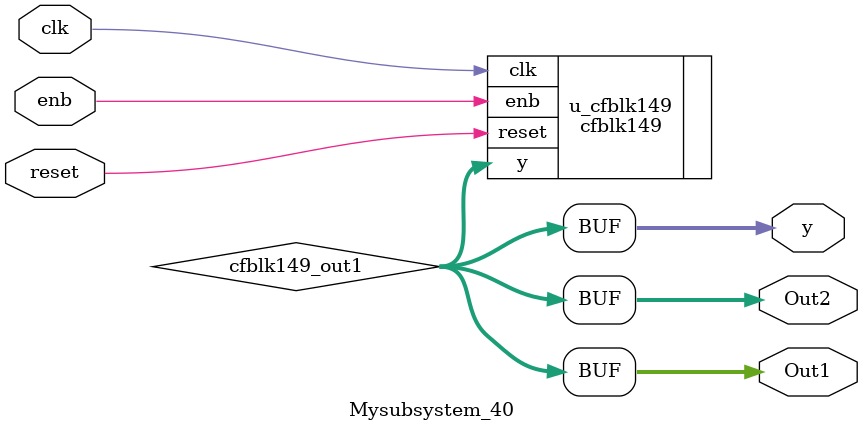
<source format=v>



`timescale 1 ns / 1 ns

module Mysubsystem_40
          (clk,
           reset,
           enb,
           Out1,
           Out2,
           y);


  input   clk;
  input   reset;
  input   enb;
  output  [7:0] Out1;  // uint8
  output  [7:0] Out2;  // uint8
  output  [7:0] y;  // uint8


  wire [7:0] cfblk149_out1;  // uint8


  cfblk149 u_cfblk149 (.clk(clk),
                       .reset(reset),
                       .enb(enb),
                       .y(cfblk149_out1)  // uint8
                       );

  assign Out1 = cfblk149_out1;

  assign Out2 = cfblk149_out1;

  assign y = cfblk149_out1;

endmodule  // Mysubsystem_40


</source>
